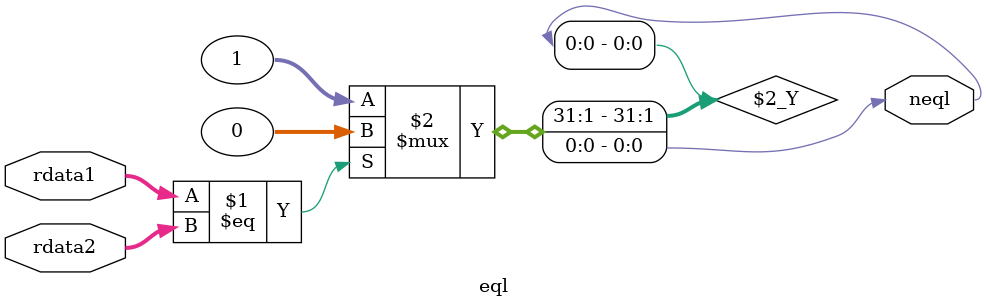
<source format=v>
`timescale 1ns / 1ps


module eql(
    input [31:0]rdata1,
    input [31:0]rdata2,
    output neql
    );

        assign neql=(rdata1==rdata2)?0:1;

endmodule

</source>
